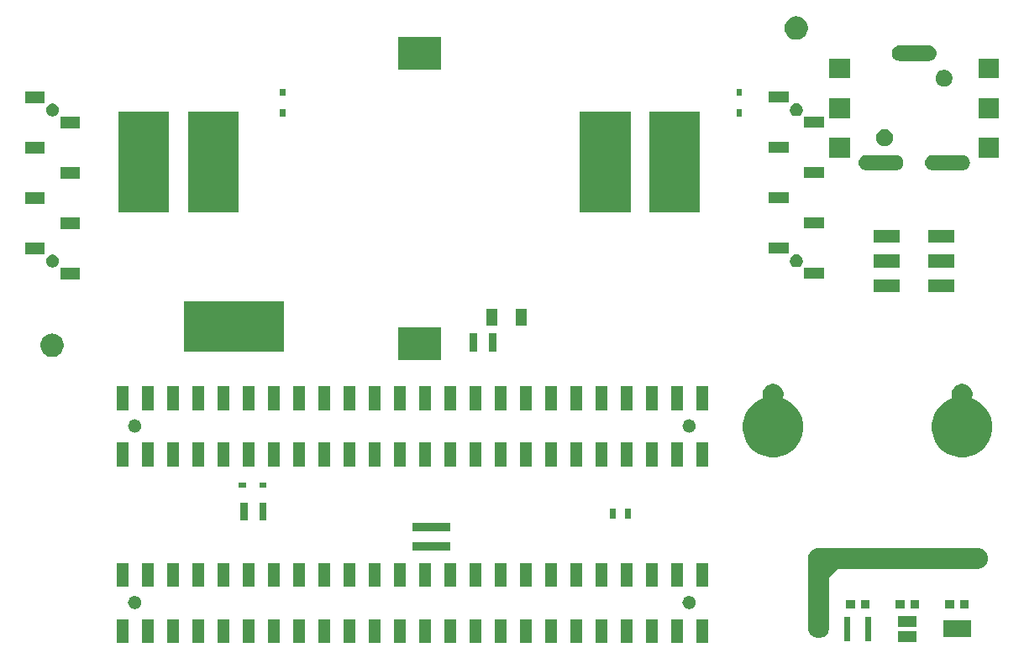
<source format=gts>
G04 #@! TF.GenerationSoftware,KiCad,Pcbnew,(5.1.4)-1*
G04 #@! TF.CreationDate,2020-01-21T23:00:38-08:00*
G04 #@! TF.ProjectId,Light_intensity_data_logger,4c696768-745f-4696-9e74-656e73697479,rev?*
G04 #@! TF.SameCoordinates,Original*
G04 #@! TF.FileFunction,Soldermask,Top*
G04 #@! TF.FilePolarity,Negative*
%FSLAX46Y46*%
G04 Gerber Fmt 4.6, Leading zero omitted, Abs format (unit mm)*
G04 Created by KiCad (PCBNEW (5.1.4)-1) date 2020-01-21 23:00:38*
%MOMM*%
%LPD*%
G04 APERTURE LIST*
%ADD10C,0.100000*%
%ADD11C,0.010000*%
G04 APERTURE END LIST*
D10*
X85716000Y-92446000D02*
G75*
G03X85716000Y-92446000I-646000J0D01*
G01*
D11*
G36*
X99601000Y-90781000D02*
G01*
X98479000Y-90781000D01*
X98479000Y-88459000D01*
X99601000Y-88459000D01*
X99601000Y-90781000D01*
G37*
X99601000Y-90781000D02*
X98479000Y-90781000D01*
X98479000Y-88459000D01*
X99601000Y-88459000D01*
X99601000Y-90781000D01*
G36*
X102141000Y-96433000D02*
G01*
X101019000Y-96433000D01*
X101019000Y-94111000D01*
X102141000Y-94111000D01*
X102141000Y-96433000D01*
G37*
X102141000Y-96433000D02*
X101019000Y-96433000D01*
X101019000Y-94111000D01*
X102141000Y-94111000D01*
X102141000Y-96433000D01*
D10*
X141596000Y-92446000D02*
G75*
G03X141596000Y-92446000I-646000J0D01*
G01*
D11*
G36*
X97061000Y-96433000D02*
G01*
X95939000Y-96433000D01*
X95939000Y-94111000D01*
X97061000Y-94111000D01*
X97061000Y-96433000D01*
G37*
X97061000Y-96433000D02*
X95939000Y-96433000D01*
X95939000Y-94111000D01*
X97061000Y-94111000D01*
X97061000Y-96433000D01*
G36*
X97061000Y-90781000D02*
G01*
X95939000Y-90781000D01*
X95939000Y-88459000D01*
X97061000Y-88459000D01*
X97061000Y-90781000D01*
G37*
X97061000Y-90781000D02*
X95939000Y-90781000D01*
X95939000Y-88459000D01*
X97061000Y-88459000D01*
X97061000Y-90781000D01*
G36*
X84361000Y-90781000D02*
G01*
X83239000Y-90781000D01*
X83239000Y-88459000D01*
X84361000Y-88459000D01*
X84361000Y-90781000D01*
G37*
X84361000Y-90781000D02*
X83239000Y-90781000D01*
X83239000Y-88459000D01*
X84361000Y-88459000D01*
X84361000Y-90781000D01*
G36*
X91981000Y-90781000D02*
G01*
X90859000Y-90781000D01*
X90859000Y-88459000D01*
X91981000Y-88459000D01*
X91981000Y-90781000D01*
G37*
X91981000Y-90781000D02*
X90859000Y-90781000D01*
X90859000Y-88459000D01*
X91981000Y-88459000D01*
X91981000Y-90781000D01*
G36*
X89441000Y-96433000D02*
G01*
X88319000Y-96433000D01*
X88319000Y-94111000D01*
X89441000Y-94111000D01*
X89441000Y-96433000D01*
G37*
X89441000Y-96433000D02*
X88319000Y-96433000D01*
X88319000Y-94111000D01*
X89441000Y-94111000D01*
X89441000Y-96433000D01*
G36*
X84361000Y-96433000D02*
G01*
X83239000Y-96433000D01*
X83239000Y-94111000D01*
X84361000Y-94111000D01*
X84361000Y-96433000D01*
G37*
X84361000Y-96433000D02*
X83239000Y-96433000D01*
X83239000Y-94111000D01*
X84361000Y-94111000D01*
X84361000Y-96433000D01*
G36*
X86901000Y-96433000D02*
G01*
X85779000Y-96433000D01*
X85779000Y-94111000D01*
X86901000Y-94111000D01*
X86901000Y-96433000D01*
G37*
X86901000Y-96433000D02*
X85779000Y-96433000D01*
X85779000Y-94111000D01*
X86901000Y-94111000D01*
X86901000Y-96433000D01*
G36*
X89441000Y-90781000D02*
G01*
X88319000Y-90781000D01*
X88319000Y-88459000D01*
X89441000Y-88459000D01*
X89441000Y-90781000D01*
G37*
X89441000Y-90781000D02*
X88319000Y-90781000D01*
X88319000Y-88459000D01*
X89441000Y-88459000D01*
X89441000Y-90781000D01*
G36*
X102141000Y-90781000D02*
G01*
X101019000Y-90781000D01*
X101019000Y-88459000D01*
X102141000Y-88459000D01*
X102141000Y-90781000D01*
G37*
X102141000Y-90781000D02*
X101019000Y-90781000D01*
X101019000Y-88459000D01*
X102141000Y-88459000D01*
X102141000Y-90781000D01*
G36*
X104681000Y-90781000D02*
G01*
X103559000Y-90781000D01*
X103559000Y-88459000D01*
X104681000Y-88459000D01*
X104681000Y-90781000D01*
G37*
X104681000Y-90781000D02*
X103559000Y-90781000D01*
X103559000Y-88459000D01*
X104681000Y-88459000D01*
X104681000Y-90781000D01*
G36*
X94521000Y-96433000D02*
G01*
X93399000Y-96433000D01*
X93399000Y-94111000D01*
X94521000Y-94111000D01*
X94521000Y-96433000D01*
G37*
X94521000Y-96433000D02*
X93399000Y-96433000D01*
X93399000Y-94111000D01*
X94521000Y-94111000D01*
X94521000Y-96433000D01*
G36*
X104681000Y-96433000D02*
G01*
X103559000Y-96433000D01*
X103559000Y-94111000D01*
X104681000Y-94111000D01*
X104681000Y-96433000D01*
G37*
X104681000Y-96433000D02*
X103559000Y-96433000D01*
X103559000Y-94111000D01*
X104681000Y-94111000D01*
X104681000Y-96433000D01*
G36*
X86901000Y-90781000D02*
G01*
X85779000Y-90781000D01*
X85779000Y-88459000D01*
X86901000Y-88459000D01*
X86901000Y-90781000D01*
G37*
X86901000Y-90781000D02*
X85779000Y-90781000D01*
X85779000Y-88459000D01*
X86901000Y-88459000D01*
X86901000Y-90781000D01*
G36*
X94521000Y-90781000D02*
G01*
X93399000Y-90781000D01*
X93399000Y-88459000D01*
X94521000Y-88459000D01*
X94521000Y-90781000D01*
G37*
X94521000Y-90781000D02*
X93399000Y-90781000D01*
X93399000Y-88459000D01*
X94521000Y-88459000D01*
X94521000Y-90781000D01*
G36*
X99601000Y-96433000D02*
G01*
X98479000Y-96433000D01*
X98479000Y-94111000D01*
X99601000Y-94111000D01*
X99601000Y-96433000D01*
G37*
X99601000Y-96433000D02*
X98479000Y-96433000D01*
X98479000Y-94111000D01*
X99601000Y-94111000D01*
X99601000Y-96433000D01*
G36*
X91981000Y-96433000D02*
G01*
X90859000Y-96433000D01*
X90859000Y-94111000D01*
X91981000Y-94111000D01*
X91981000Y-96433000D01*
G37*
X91981000Y-96433000D02*
X90859000Y-96433000D01*
X90859000Y-94111000D01*
X91981000Y-94111000D01*
X91981000Y-96433000D01*
G36*
X109761000Y-90781000D02*
G01*
X108639000Y-90781000D01*
X108639000Y-88459000D01*
X109761000Y-88459000D01*
X109761000Y-90781000D01*
G37*
X109761000Y-90781000D02*
X108639000Y-90781000D01*
X108639000Y-88459000D01*
X109761000Y-88459000D01*
X109761000Y-90781000D01*
G36*
X114841000Y-96433000D02*
G01*
X113719000Y-96433000D01*
X113719000Y-94111000D01*
X114841000Y-94111000D01*
X114841000Y-96433000D01*
G37*
X114841000Y-96433000D02*
X113719000Y-96433000D01*
X113719000Y-94111000D01*
X114841000Y-94111000D01*
X114841000Y-96433000D01*
G36*
X109761000Y-96433000D02*
G01*
X108639000Y-96433000D01*
X108639000Y-94111000D01*
X109761000Y-94111000D01*
X109761000Y-96433000D01*
G37*
X109761000Y-96433000D02*
X108639000Y-96433000D01*
X108639000Y-94111000D01*
X109761000Y-94111000D01*
X109761000Y-96433000D01*
G36*
X112301000Y-90781000D02*
G01*
X111179000Y-90781000D01*
X111179000Y-88459000D01*
X112301000Y-88459000D01*
X112301000Y-90781000D01*
G37*
X112301000Y-90781000D02*
X111179000Y-90781000D01*
X111179000Y-88459000D01*
X112301000Y-88459000D01*
X112301000Y-90781000D01*
G36*
X114841000Y-90781000D02*
G01*
X113719000Y-90781000D01*
X113719000Y-88459000D01*
X114841000Y-88459000D01*
X114841000Y-90781000D01*
G37*
X114841000Y-90781000D02*
X113719000Y-90781000D01*
X113719000Y-88459000D01*
X114841000Y-88459000D01*
X114841000Y-90781000D01*
G36*
X119921000Y-90781000D02*
G01*
X118799000Y-90781000D01*
X118799000Y-88459000D01*
X119921000Y-88459000D01*
X119921000Y-90781000D01*
G37*
X119921000Y-90781000D02*
X118799000Y-90781000D01*
X118799000Y-88459000D01*
X119921000Y-88459000D01*
X119921000Y-90781000D01*
G36*
X112301000Y-96433000D02*
G01*
X111179000Y-96433000D01*
X111179000Y-94111000D01*
X112301000Y-94111000D01*
X112301000Y-96433000D01*
G37*
X112301000Y-96433000D02*
X111179000Y-96433000D01*
X111179000Y-94111000D01*
X112301000Y-94111000D01*
X112301000Y-96433000D01*
G36*
X117381000Y-96433000D02*
G01*
X116259000Y-96433000D01*
X116259000Y-94111000D01*
X117381000Y-94111000D01*
X117381000Y-96433000D01*
G37*
X117381000Y-96433000D02*
X116259000Y-96433000D01*
X116259000Y-94111000D01*
X117381000Y-94111000D01*
X117381000Y-96433000D01*
G36*
X107221000Y-90781000D02*
G01*
X106099000Y-90781000D01*
X106099000Y-88459000D01*
X107221000Y-88459000D01*
X107221000Y-90781000D01*
G37*
X107221000Y-90781000D02*
X106099000Y-90781000D01*
X106099000Y-88459000D01*
X107221000Y-88459000D01*
X107221000Y-90781000D01*
G36*
X107221000Y-96433000D02*
G01*
X106099000Y-96433000D01*
X106099000Y-94111000D01*
X107221000Y-94111000D01*
X107221000Y-96433000D01*
G37*
X107221000Y-96433000D02*
X106099000Y-96433000D01*
X106099000Y-94111000D01*
X107221000Y-94111000D01*
X107221000Y-96433000D01*
G36*
X117381000Y-90781000D02*
G01*
X116259000Y-90781000D01*
X116259000Y-88459000D01*
X117381000Y-88459000D01*
X117381000Y-90781000D01*
G37*
X117381000Y-90781000D02*
X116259000Y-90781000D01*
X116259000Y-88459000D01*
X117381000Y-88459000D01*
X117381000Y-90781000D01*
G36*
X132621000Y-90781000D02*
G01*
X131499000Y-90781000D01*
X131499000Y-88459000D01*
X132621000Y-88459000D01*
X132621000Y-90781000D01*
G37*
X132621000Y-90781000D02*
X131499000Y-90781000D01*
X131499000Y-88459000D01*
X132621000Y-88459000D01*
X132621000Y-90781000D01*
G36*
X132621000Y-96433000D02*
G01*
X131499000Y-96433000D01*
X131499000Y-94111000D01*
X132621000Y-94111000D01*
X132621000Y-96433000D01*
G37*
X132621000Y-96433000D02*
X131499000Y-96433000D01*
X131499000Y-94111000D01*
X132621000Y-94111000D01*
X132621000Y-96433000D01*
G36*
X137701000Y-90781000D02*
G01*
X136579000Y-90781000D01*
X136579000Y-88459000D01*
X137701000Y-88459000D01*
X137701000Y-90781000D01*
G37*
X137701000Y-90781000D02*
X136579000Y-90781000D01*
X136579000Y-88459000D01*
X137701000Y-88459000D01*
X137701000Y-90781000D01*
G36*
X135161000Y-90781000D02*
G01*
X134039000Y-90781000D01*
X134039000Y-88459000D01*
X135161000Y-88459000D01*
X135161000Y-90781000D01*
G37*
X135161000Y-90781000D02*
X134039000Y-90781000D01*
X134039000Y-88459000D01*
X135161000Y-88459000D01*
X135161000Y-90781000D01*
G36*
X127541000Y-96433000D02*
G01*
X126419000Y-96433000D01*
X126419000Y-94111000D01*
X127541000Y-94111000D01*
X127541000Y-96433000D01*
G37*
X127541000Y-96433000D02*
X126419000Y-96433000D01*
X126419000Y-94111000D01*
X127541000Y-94111000D01*
X127541000Y-96433000D01*
G36*
X127541000Y-90781000D02*
G01*
X126419000Y-90781000D01*
X126419000Y-88459000D01*
X127541000Y-88459000D01*
X127541000Y-90781000D01*
G37*
X127541000Y-90781000D02*
X126419000Y-90781000D01*
X126419000Y-88459000D01*
X127541000Y-88459000D01*
X127541000Y-90781000D01*
G36*
X135161000Y-96433000D02*
G01*
X134039000Y-96433000D01*
X134039000Y-94111000D01*
X135161000Y-94111000D01*
X135161000Y-96433000D01*
G37*
X135161000Y-96433000D02*
X134039000Y-96433000D01*
X134039000Y-94111000D01*
X135161000Y-94111000D01*
X135161000Y-96433000D01*
G36*
X140241000Y-96433000D02*
G01*
X139119000Y-96433000D01*
X139119000Y-94111000D01*
X140241000Y-94111000D01*
X140241000Y-96433000D01*
G37*
X140241000Y-96433000D02*
X139119000Y-96433000D01*
X139119000Y-94111000D01*
X140241000Y-94111000D01*
X140241000Y-96433000D01*
G36*
X140241000Y-90781000D02*
G01*
X139119000Y-90781000D01*
X139119000Y-88459000D01*
X140241000Y-88459000D01*
X140241000Y-90781000D01*
G37*
X140241000Y-90781000D02*
X139119000Y-90781000D01*
X139119000Y-88459000D01*
X140241000Y-88459000D01*
X140241000Y-90781000D01*
G36*
X125001000Y-90781000D02*
G01*
X123879000Y-90781000D01*
X123879000Y-88459000D01*
X125001000Y-88459000D01*
X125001000Y-90781000D01*
G37*
X125001000Y-90781000D02*
X123879000Y-90781000D01*
X123879000Y-88459000D01*
X125001000Y-88459000D01*
X125001000Y-90781000D01*
G36*
X125001000Y-96433000D02*
G01*
X123879000Y-96433000D01*
X123879000Y-94111000D01*
X125001000Y-94111000D01*
X125001000Y-96433000D01*
G37*
X125001000Y-96433000D02*
X123879000Y-96433000D01*
X123879000Y-94111000D01*
X125001000Y-94111000D01*
X125001000Y-96433000D01*
G36*
X119921000Y-96433000D02*
G01*
X118799000Y-96433000D01*
X118799000Y-94111000D01*
X119921000Y-94111000D01*
X119921000Y-96433000D01*
G37*
X119921000Y-96433000D02*
X118799000Y-96433000D01*
X118799000Y-94111000D01*
X119921000Y-94111000D01*
X119921000Y-96433000D01*
G36*
X122461000Y-96433000D02*
G01*
X121339000Y-96433000D01*
X121339000Y-94111000D01*
X122461000Y-94111000D01*
X122461000Y-96433000D01*
G37*
X122461000Y-96433000D02*
X121339000Y-96433000D01*
X121339000Y-94111000D01*
X122461000Y-94111000D01*
X122461000Y-96433000D01*
G36*
X130081000Y-90781000D02*
G01*
X128959000Y-90781000D01*
X128959000Y-88459000D01*
X130081000Y-88459000D01*
X130081000Y-90781000D01*
G37*
X130081000Y-90781000D02*
X128959000Y-90781000D01*
X128959000Y-88459000D01*
X130081000Y-88459000D01*
X130081000Y-90781000D01*
G36*
X137701000Y-96433000D02*
G01*
X136579000Y-96433000D01*
X136579000Y-94111000D01*
X137701000Y-94111000D01*
X137701000Y-96433000D01*
G37*
X137701000Y-96433000D02*
X136579000Y-96433000D01*
X136579000Y-94111000D01*
X137701000Y-94111000D01*
X137701000Y-96433000D01*
G36*
X142781000Y-90781000D02*
G01*
X141659000Y-90781000D01*
X141659000Y-88459000D01*
X142781000Y-88459000D01*
X142781000Y-90781000D01*
G37*
X142781000Y-90781000D02*
X141659000Y-90781000D01*
X141659000Y-88459000D01*
X142781000Y-88459000D01*
X142781000Y-90781000D01*
G36*
X142781000Y-96433000D02*
G01*
X141659000Y-96433000D01*
X141659000Y-94111000D01*
X142781000Y-94111000D01*
X142781000Y-96433000D01*
G37*
X142781000Y-96433000D02*
X141659000Y-96433000D01*
X141659000Y-94111000D01*
X142781000Y-94111000D01*
X142781000Y-96433000D01*
G36*
X122461000Y-90781000D02*
G01*
X121339000Y-90781000D01*
X121339000Y-88459000D01*
X122461000Y-88459000D01*
X122461000Y-90781000D01*
G37*
X122461000Y-90781000D02*
X121339000Y-90781000D01*
X121339000Y-88459000D01*
X122461000Y-88459000D01*
X122461000Y-90781000D01*
G36*
X130081000Y-96433000D02*
G01*
X128959000Y-96433000D01*
X128959000Y-94111000D01*
X130081000Y-94111000D01*
X130081000Y-96433000D01*
G37*
X130081000Y-96433000D02*
X128959000Y-96433000D01*
X128959000Y-94111000D01*
X130081000Y-94111000D01*
X130081000Y-96433000D01*
G36*
X142781000Y-78623000D02*
G01*
X141659000Y-78623000D01*
X141659000Y-76301000D01*
X142781000Y-76301000D01*
X142781000Y-78623000D01*
G37*
X142781000Y-78623000D02*
X141659000Y-78623000D01*
X141659000Y-76301000D01*
X142781000Y-76301000D01*
X142781000Y-78623000D01*
G36*
X142781000Y-72971000D02*
G01*
X141659000Y-72971000D01*
X141659000Y-70649000D01*
X142781000Y-70649000D01*
X142781000Y-72971000D01*
G37*
X142781000Y-72971000D02*
X141659000Y-72971000D01*
X141659000Y-70649000D01*
X142781000Y-70649000D01*
X142781000Y-72971000D01*
G36*
X140241000Y-78623000D02*
G01*
X139119000Y-78623000D01*
X139119000Y-76301000D01*
X140241000Y-76301000D01*
X140241000Y-78623000D01*
G37*
X140241000Y-78623000D02*
X139119000Y-78623000D01*
X139119000Y-76301000D01*
X140241000Y-76301000D01*
X140241000Y-78623000D01*
G36*
X140241000Y-72971000D02*
G01*
X139119000Y-72971000D01*
X139119000Y-70649000D01*
X140241000Y-70649000D01*
X140241000Y-72971000D01*
G37*
X140241000Y-72971000D02*
X139119000Y-72971000D01*
X139119000Y-70649000D01*
X140241000Y-70649000D01*
X140241000Y-72971000D01*
G36*
X137701000Y-78623000D02*
G01*
X136579000Y-78623000D01*
X136579000Y-76301000D01*
X137701000Y-76301000D01*
X137701000Y-78623000D01*
G37*
X137701000Y-78623000D02*
X136579000Y-78623000D01*
X136579000Y-76301000D01*
X137701000Y-76301000D01*
X137701000Y-78623000D01*
G36*
X137701000Y-72971000D02*
G01*
X136579000Y-72971000D01*
X136579000Y-70649000D01*
X137701000Y-70649000D01*
X137701000Y-72971000D01*
G37*
X137701000Y-72971000D02*
X136579000Y-72971000D01*
X136579000Y-70649000D01*
X137701000Y-70649000D01*
X137701000Y-72971000D01*
G36*
X135161000Y-78623000D02*
G01*
X134039000Y-78623000D01*
X134039000Y-76301000D01*
X135161000Y-76301000D01*
X135161000Y-78623000D01*
G37*
X135161000Y-78623000D02*
X134039000Y-78623000D01*
X134039000Y-76301000D01*
X135161000Y-76301000D01*
X135161000Y-78623000D01*
G36*
X135161000Y-72971000D02*
G01*
X134039000Y-72971000D01*
X134039000Y-70649000D01*
X135161000Y-70649000D01*
X135161000Y-72971000D01*
G37*
X135161000Y-72971000D02*
X134039000Y-72971000D01*
X134039000Y-70649000D01*
X135161000Y-70649000D01*
X135161000Y-72971000D01*
G36*
X132621000Y-78623000D02*
G01*
X131499000Y-78623000D01*
X131499000Y-76301000D01*
X132621000Y-76301000D01*
X132621000Y-78623000D01*
G37*
X132621000Y-78623000D02*
X131499000Y-78623000D01*
X131499000Y-76301000D01*
X132621000Y-76301000D01*
X132621000Y-78623000D01*
G36*
X132621000Y-72971000D02*
G01*
X131499000Y-72971000D01*
X131499000Y-70649000D01*
X132621000Y-70649000D01*
X132621000Y-72971000D01*
G37*
X132621000Y-72971000D02*
X131499000Y-72971000D01*
X131499000Y-70649000D01*
X132621000Y-70649000D01*
X132621000Y-72971000D01*
G36*
X130081000Y-78623000D02*
G01*
X128959000Y-78623000D01*
X128959000Y-76301000D01*
X130081000Y-76301000D01*
X130081000Y-78623000D01*
G37*
X130081000Y-78623000D02*
X128959000Y-78623000D01*
X128959000Y-76301000D01*
X130081000Y-76301000D01*
X130081000Y-78623000D01*
G36*
X130081000Y-72971000D02*
G01*
X128959000Y-72971000D01*
X128959000Y-70649000D01*
X130081000Y-70649000D01*
X130081000Y-72971000D01*
G37*
X130081000Y-72971000D02*
X128959000Y-72971000D01*
X128959000Y-70649000D01*
X130081000Y-70649000D01*
X130081000Y-72971000D01*
G36*
X127541000Y-78623000D02*
G01*
X126419000Y-78623000D01*
X126419000Y-76301000D01*
X127541000Y-76301000D01*
X127541000Y-78623000D01*
G37*
X127541000Y-78623000D02*
X126419000Y-78623000D01*
X126419000Y-76301000D01*
X127541000Y-76301000D01*
X127541000Y-78623000D01*
G36*
X127541000Y-72971000D02*
G01*
X126419000Y-72971000D01*
X126419000Y-70649000D01*
X127541000Y-70649000D01*
X127541000Y-72971000D01*
G37*
X127541000Y-72971000D02*
X126419000Y-72971000D01*
X126419000Y-70649000D01*
X127541000Y-70649000D01*
X127541000Y-72971000D01*
G36*
X125001000Y-78623000D02*
G01*
X123879000Y-78623000D01*
X123879000Y-76301000D01*
X125001000Y-76301000D01*
X125001000Y-78623000D01*
G37*
X125001000Y-78623000D02*
X123879000Y-78623000D01*
X123879000Y-76301000D01*
X125001000Y-76301000D01*
X125001000Y-78623000D01*
G36*
X125001000Y-72971000D02*
G01*
X123879000Y-72971000D01*
X123879000Y-70649000D01*
X125001000Y-70649000D01*
X125001000Y-72971000D01*
G37*
X125001000Y-72971000D02*
X123879000Y-72971000D01*
X123879000Y-70649000D01*
X125001000Y-70649000D01*
X125001000Y-72971000D01*
G36*
X122461000Y-78623000D02*
G01*
X121339000Y-78623000D01*
X121339000Y-76301000D01*
X122461000Y-76301000D01*
X122461000Y-78623000D01*
G37*
X122461000Y-78623000D02*
X121339000Y-78623000D01*
X121339000Y-76301000D01*
X122461000Y-76301000D01*
X122461000Y-78623000D01*
G36*
X122461000Y-72971000D02*
G01*
X121339000Y-72971000D01*
X121339000Y-70649000D01*
X122461000Y-70649000D01*
X122461000Y-72971000D01*
G37*
X122461000Y-72971000D02*
X121339000Y-72971000D01*
X121339000Y-70649000D01*
X122461000Y-70649000D01*
X122461000Y-72971000D01*
G36*
X119921000Y-78623000D02*
G01*
X118799000Y-78623000D01*
X118799000Y-76301000D01*
X119921000Y-76301000D01*
X119921000Y-78623000D01*
G37*
X119921000Y-78623000D02*
X118799000Y-78623000D01*
X118799000Y-76301000D01*
X119921000Y-76301000D01*
X119921000Y-78623000D01*
G36*
X119921000Y-72971000D02*
G01*
X118799000Y-72971000D01*
X118799000Y-70649000D01*
X119921000Y-70649000D01*
X119921000Y-72971000D01*
G37*
X119921000Y-72971000D02*
X118799000Y-72971000D01*
X118799000Y-70649000D01*
X119921000Y-70649000D01*
X119921000Y-72971000D01*
G36*
X117381000Y-78623000D02*
G01*
X116259000Y-78623000D01*
X116259000Y-76301000D01*
X117381000Y-76301000D01*
X117381000Y-78623000D01*
G37*
X117381000Y-78623000D02*
X116259000Y-78623000D01*
X116259000Y-76301000D01*
X117381000Y-76301000D01*
X117381000Y-78623000D01*
G36*
X117381000Y-72971000D02*
G01*
X116259000Y-72971000D01*
X116259000Y-70649000D01*
X117381000Y-70649000D01*
X117381000Y-72971000D01*
G37*
X117381000Y-72971000D02*
X116259000Y-72971000D01*
X116259000Y-70649000D01*
X117381000Y-70649000D01*
X117381000Y-72971000D01*
G36*
X114841000Y-78623000D02*
G01*
X113719000Y-78623000D01*
X113719000Y-76301000D01*
X114841000Y-76301000D01*
X114841000Y-78623000D01*
G37*
X114841000Y-78623000D02*
X113719000Y-78623000D01*
X113719000Y-76301000D01*
X114841000Y-76301000D01*
X114841000Y-78623000D01*
G36*
X114841000Y-72971000D02*
G01*
X113719000Y-72971000D01*
X113719000Y-70649000D01*
X114841000Y-70649000D01*
X114841000Y-72971000D01*
G37*
X114841000Y-72971000D02*
X113719000Y-72971000D01*
X113719000Y-70649000D01*
X114841000Y-70649000D01*
X114841000Y-72971000D01*
G36*
X112301000Y-78623000D02*
G01*
X111179000Y-78623000D01*
X111179000Y-76301000D01*
X112301000Y-76301000D01*
X112301000Y-78623000D01*
G37*
X112301000Y-78623000D02*
X111179000Y-78623000D01*
X111179000Y-76301000D01*
X112301000Y-76301000D01*
X112301000Y-78623000D01*
G36*
X112301000Y-72971000D02*
G01*
X111179000Y-72971000D01*
X111179000Y-70649000D01*
X112301000Y-70649000D01*
X112301000Y-72971000D01*
G37*
X112301000Y-72971000D02*
X111179000Y-72971000D01*
X111179000Y-70649000D01*
X112301000Y-70649000D01*
X112301000Y-72971000D01*
G36*
X109761000Y-78623000D02*
G01*
X108639000Y-78623000D01*
X108639000Y-76301000D01*
X109761000Y-76301000D01*
X109761000Y-78623000D01*
G37*
X109761000Y-78623000D02*
X108639000Y-78623000D01*
X108639000Y-76301000D01*
X109761000Y-76301000D01*
X109761000Y-78623000D01*
G36*
X109761000Y-72971000D02*
G01*
X108639000Y-72971000D01*
X108639000Y-70649000D01*
X109761000Y-70649000D01*
X109761000Y-72971000D01*
G37*
X109761000Y-72971000D02*
X108639000Y-72971000D01*
X108639000Y-70649000D01*
X109761000Y-70649000D01*
X109761000Y-72971000D01*
G36*
X107221000Y-78623000D02*
G01*
X106099000Y-78623000D01*
X106099000Y-76301000D01*
X107221000Y-76301000D01*
X107221000Y-78623000D01*
G37*
X107221000Y-78623000D02*
X106099000Y-78623000D01*
X106099000Y-76301000D01*
X107221000Y-76301000D01*
X107221000Y-78623000D01*
G36*
X107221000Y-72971000D02*
G01*
X106099000Y-72971000D01*
X106099000Y-70649000D01*
X107221000Y-70649000D01*
X107221000Y-72971000D01*
G37*
X107221000Y-72971000D02*
X106099000Y-72971000D01*
X106099000Y-70649000D01*
X107221000Y-70649000D01*
X107221000Y-72971000D01*
G36*
X104681000Y-78623000D02*
G01*
X103559000Y-78623000D01*
X103559000Y-76301000D01*
X104681000Y-76301000D01*
X104681000Y-78623000D01*
G37*
X104681000Y-78623000D02*
X103559000Y-78623000D01*
X103559000Y-76301000D01*
X104681000Y-76301000D01*
X104681000Y-78623000D01*
G36*
X104681000Y-72971000D02*
G01*
X103559000Y-72971000D01*
X103559000Y-70649000D01*
X104681000Y-70649000D01*
X104681000Y-72971000D01*
G37*
X104681000Y-72971000D02*
X103559000Y-72971000D01*
X103559000Y-70649000D01*
X104681000Y-70649000D01*
X104681000Y-72971000D01*
G36*
X102141000Y-78623000D02*
G01*
X101019000Y-78623000D01*
X101019000Y-76301000D01*
X102141000Y-76301000D01*
X102141000Y-78623000D01*
G37*
X102141000Y-78623000D02*
X101019000Y-78623000D01*
X101019000Y-76301000D01*
X102141000Y-76301000D01*
X102141000Y-78623000D01*
G36*
X102141000Y-72971000D02*
G01*
X101019000Y-72971000D01*
X101019000Y-70649000D01*
X102141000Y-70649000D01*
X102141000Y-72971000D01*
G37*
X102141000Y-72971000D02*
X101019000Y-72971000D01*
X101019000Y-70649000D01*
X102141000Y-70649000D01*
X102141000Y-72971000D01*
G36*
X99601000Y-78623000D02*
G01*
X98479000Y-78623000D01*
X98479000Y-76301000D01*
X99601000Y-76301000D01*
X99601000Y-78623000D01*
G37*
X99601000Y-78623000D02*
X98479000Y-78623000D01*
X98479000Y-76301000D01*
X99601000Y-76301000D01*
X99601000Y-78623000D01*
G36*
X99601000Y-72971000D02*
G01*
X98479000Y-72971000D01*
X98479000Y-70649000D01*
X99601000Y-70649000D01*
X99601000Y-72971000D01*
G37*
X99601000Y-72971000D02*
X98479000Y-72971000D01*
X98479000Y-70649000D01*
X99601000Y-70649000D01*
X99601000Y-72971000D01*
G36*
X97061000Y-78623000D02*
G01*
X95939000Y-78623000D01*
X95939000Y-76301000D01*
X97061000Y-76301000D01*
X97061000Y-78623000D01*
G37*
X97061000Y-78623000D02*
X95939000Y-78623000D01*
X95939000Y-76301000D01*
X97061000Y-76301000D01*
X97061000Y-78623000D01*
G36*
X97061000Y-72971000D02*
G01*
X95939000Y-72971000D01*
X95939000Y-70649000D01*
X97061000Y-70649000D01*
X97061000Y-72971000D01*
G37*
X97061000Y-72971000D02*
X95939000Y-72971000D01*
X95939000Y-70649000D01*
X97061000Y-70649000D01*
X97061000Y-72971000D01*
G36*
X94521000Y-78623000D02*
G01*
X93399000Y-78623000D01*
X93399000Y-76301000D01*
X94521000Y-76301000D01*
X94521000Y-78623000D01*
G37*
X94521000Y-78623000D02*
X93399000Y-78623000D01*
X93399000Y-76301000D01*
X94521000Y-76301000D01*
X94521000Y-78623000D01*
G36*
X94521000Y-72971000D02*
G01*
X93399000Y-72971000D01*
X93399000Y-70649000D01*
X94521000Y-70649000D01*
X94521000Y-72971000D01*
G37*
X94521000Y-72971000D02*
X93399000Y-72971000D01*
X93399000Y-70649000D01*
X94521000Y-70649000D01*
X94521000Y-72971000D01*
G36*
X91981000Y-78623000D02*
G01*
X90859000Y-78623000D01*
X90859000Y-76301000D01*
X91981000Y-76301000D01*
X91981000Y-78623000D01*
G37*
X91981000Y-78623000D02*
X90859000Y-78623000D01*
X90859000Y-76301000D01*
X91981000Y-76301000D01*
X91981000Y-78623000D01*
G36*
X91981000Y-72971000D02*
G01*
X90859000Y-72971000D01*
X90859000Y-70649000D01*
X91981000Y-70649000D01*
X91981000Y-72971000D01*
G37*
X91981000Y-72971000D02*
X90859000Y-72971000D01*
X90859000Y-70649000D01*
X91981000Y-70649000D01*
X91981000Y-72971000D01*
G36*
X89441000Y-78623000D02*
G01*
X88319000Y-78623000D01*
X88319000Y-76301000D01*
X89441000Y-76301000D01*
X89441000Y-78623000D01*
G37*
X89441000Y-78623000D02*
X88319000Y-78623000D01*
X88319000Y-76301000D01*
X89441000Y-76301000D01*
X89441000Y-78623000D01*
G36*
X89441000Y-72971000D02*
G01*
X88319000Y-72971000D01*
X88319000Y-70649000D01*
X89441000Y-70649000D01*
X89441000Y-72971000D01*
G37*
X89441000Y-72971000D02*
X88319000Y-72971000D01*
X88319000Y-70649000D01*
X89441000Y-70649000D01*
X89441000Y-72971000D01*
G36*
X86901000Y-78623000D02*
G01*
X85779000Y-78623000D01*
X85779000Y-76301000D01*
X86901000Y-76301000D01*
X86901000Y-78623000D01*
G37*
X86901000Y-78623000D02*
X85779000Y-78623000D01*
X85779000Y-76301000D01*
X86901000Y-76301000D01*
X86901000Y-78623000D01*
G36*
X86901000Y-72971000D02*
G01*
X85779000Y-72971000D01*
X85779000Y-70649000D01*
X86901000Y-70649000D01*
X86901000Y-72971000D01*
G37*
X86901000Y-72971000D02*
X85779000Y-72971000D01*
X85779000Y-70649000D01*
X86901000Y-70649000D01*
X86901000Y-72971000D01*
G36*
X84361000Y-78623000D02*
G01*
X83239000Y-78623000D01*
X83239000Y-76301000D01*
X84361000Y-76301000D01*
X84361000Y-78623000D01*
G37*
X84361000Y-78623000D02*
X83239000Y-78623000D01*
X83239000Y-76301000D01*
X84361000Y-76301000D01*
X84361000Y-78623000D01*
G36*
X84361000Y-72971000D02*
G01*
X83239000Y-72971000D01*
X83239000Y-70649000D01*
X84361000Y-70649000D01*
X84361000Y-72971000D01*
G37*
X84361000Y-72971000D02*
X83239000Y-72971000D01*
X83239000Y-70649000D01*
X84361000Y-70649000D01*
X84361000Y-72971000D01*
D10*
X85716000Y-74636000D02*
G75*
G03X85716000Y-74636000I-646000J0D01*
G01*
X141596000Y-74636000D02*
G75*
G03X141596000Y-74636000I-646000J0D01*
G01*
G36*
X163841000Y-96411000D02*
G01*
X162039000Y-96411000D01*
X162039000Y-95309000D01*
X163841000Y-95309000D01*
X163841000Y-96411000D01*
X163841000Y-96411000D01*
G37*
G36*
X159266000Y-96311000D02*
G01*
X158664000Y-96311000D01*
X158664000Y-93909000D01*
X159266000Y-93909000D01*
X159266000Y-96311000D01*
X159266000Y-96311000D01*
G37*
G36*
X157216001Y-96311000D02*
G01*
X156614001Y-96311000D01*
X156614001Y-93909000D01*
X157216001Y-93909000D01*
X157216001Y-96311000D01*
X157216001Y-96311000D01*
G37*
G36*
X154055519Y-86928398D02*
G01*
X154067771Y-86929000D01*
X170061631Y-86929000D01*
X170113097Y-86934069D01*
X170216032Y-86944207D01*
X170414146Y-87004305D01*
X170414149Y-87004306D01*
X170494394Y-87047198D01*
X170596729Y-87101897D01*
X170756765Y-87233235D01*
X170888103Y-87393271D01*
X170933939Y-87479025D01*
X170985694Y-87575851D01*
X170985695Y-87575854D01*
X171045793Y-87773968D01*
X171066085Y-87980000D01*
X171045793Y-88186032D01*
X171032781Y-88228926D01*
X170985694Y-88384149D01*
X170933939Y-88480975D01*
X170888103Y-88566729D01*
X170756765Y-88726765D01*
X170596729Y-88858103D01*
X170510975Y-88903939D01*
X170414149Y-88955694D01*
X170414146Y-88955695D01*
X170216032Y-89015793D01*
X170113097Y-89025931D01*
X170061631Y-89031000D01*
X155997115Y-89031000D01*
X155972729Y-89033402D01*
X155949280Y-89040515D01*
X155927669Y-89052066D01*
X155908731Y-89067607D01*
X155097605Y-89878733D01*
X155082066Y-89897668D01*
X155070515Y-89919279D01*
X155063402Y-89942728D01*
X155061000Y-89967114D01*
X155061000Y-95031630D01*
X155045793Y-95186032D01*
X154985695Y-95384146D01*
X154985694Y-95384149D01*
X154933939Y-95480975D01*
X154888103Y-95566729D01*
X154756765Y-95726765D01*
X154596729Y-95858103D01*
X154510975Y-95903939D01*
X154414149Y-95955694D01*
X154414146Y-95955695D01*
X154216032Y-96015793D01*
X154010000Y-96036085D01*
X153803969Y-96015793D01*
X153605855Y-95955695D01*
X153605852Y-95955694D01*
X153509026Y-95903939D01*
X153423272Y-95858103D01*
X153263236Y-95726765D01*
X153131898Y-95566729D01*
X153086062Y-95480975D01*
X153034307Y-95384149D01*
X153034306Y-95384146D01*
X152974208Y-95186032D01*
X152959001Y-95031630D01*
X152959000Y-88037771D01*
X152958398Y-88025519D01*
X152953915Y-87980000D01*
X152959000Y-87928370D01*
X152974207Y-87773968D01*
X153034305Y-87575854D01*
X153034306Y-87575851D01*
X153086061Y-87479025D01*
X153131897Y-87393271D01*
X153263235Y-87233235D01*
X153423271Y-87101897D01*
X153525606Y-87047198D01*
X153605851Y-87004306D01*
X153605854Y-87004305D01*
X153803968Y-86944207D01*
X153900752Y-86934675D01*
X153964481Y-86928398D01*
X154010000Y-86923915D01*
X154055519Y-86928398D01*
X154055519Y-86928398D01*
G37*
G36*
X169341000Y-95946000D02*
G01*
X166539000Y-95946000D01*
X166539000Y-94194000D01*
X169341000Y-94194000D01*
X169341000Y-95946000D01*
X169341000Y-95946000D01*
G37*
G36*
X163841000Y-94911000D02*
G01*
X162039000Y-94911000D01*
X162039000Y-93809000D01*
X163841000Y-93809000D01*
X163841000Y-94911000D01*
X163841000Y-94911000D01*
G37*
G36*
X141138431Y-91824825D02*
G01*
X141255995Y-91873521D01*
X141361801Y-91944219D01*
X141451781Y-92034199D01*
X141522479Y-92140005D01*
X141571175Y-92257569D01*
X141596000Y-92382373D01*
X141596000Y-92509627D01*
X141571175Y-92634431D01*
X141522479Y-92751995D01*
X141451781Y-92857801D01*
X141361801Y-92947781D01*
X141255995Y-93018479D01*
X141138431Y-93067175D01*
X141013627Y-93092000D01*
X140886373Y-93092000D01*
X140761569Y-93067175D01*
X140644005Y-93018479D01*
X140538199Y-92947781D01*
X140448219Y-92857801D01*
X140377521Y-92751995D01*
X140328825Y-92634431D01*
X140304000Y-92509627D01*
X140304000Y-92382373D01*
X140328825Y-92257569D01*
X140377521Y-92140005D01*
X140448219Y-92034199D01*
X140538199Y-91944219D01*
X140644005Y-91873521D01*
X140761569Y-91824825D01*
X140886373Y-91800000D01*
X141013627Y-91800000D01*
X141138431Y-91824825D01*
X141138431Y-91824825D01*
G37*
G36*
X85258431Y-91824825D02*
G01*
X85375995Y-91873521D01*
X85481801Y-91944219D01*
X85571781Y-92034199D01*
X85642479Y-92140005D01*
X85691175Y-92257569D01*
X85716000Y-92382373D01*
X85716000Y-92509627D01*
X85691175Y-92634431D01*
X85642479Y-92751995D01*
X85571781Y-92857801D01*
X85481801Y-92947781D01*
X85375995Y-93018479D01*
X85258431Y-93067175D01*
X85133627Y-93092000D01*
X85006373Y-93092000D01*
X84881569Y-93067175D01*
X84764005Y-93018479D01*
X84658199Y-92947781D01*
X84568219Y-92857801D01*
X84497521Y-92751995D01*
X84448825Y-92634431D01*
X84424000Y-92509627D01*
X84424000Y-92382373D01*
X84448825Y-92257569D01*
X84497521Y-92140005D01*
X84568219Y-92034199D01*
X84658199Y-91944219D01*
X84764005Y-91873521D01*
X84881569Y-91824825D01*
X85006373Y-91800000D01*
X85133627Y-91800000D01*
X85258431Y-91824825D01*
X85258431Y-91824825D01*
G37*
G36*
X162641000Y-93036000D02*
G01*
X161739000Y-93036000D01*
X161739000Y-92184000D01*
X162641000Y-92184000D01*
X162641000Y-93036000D01*
X162641000Y-93036000D01*
G37*
G36*
X164141000Y-93036000D02*
G01*
X163239000Y-93036000D01*
X163239000Y-92184000D01*
X164141000Y-92184000D01*
X164141000Y-93036000D01*
X164141000Y-93036000D01*
G37*
G36*
X167641000Y-93036000D02*
G01*
X166739000Y-93036000D01*
X166739000Y-92184000D01*
X167641000Y-92184000D01*
X167641000Y-93036000D01*
X167641000Y-93036000D01*
G37*
G36*
X169141000Y-93036000D02*
G01*
X168239000Y-93036000D01*
X168239000Y-92184000D01*
X169141000Y-92184000D01*
X169141000Y-93036000D01*
X169141000Y-93036000D01*
G37*
G36*
X157641000Y-93016000D02*
G01*
X156739000Y-93016000D01*
X156739000Y-92164000D01*
X157641000Y-92164000D01*
X157641000Y-93016000D01*
X157641000Y-93016000D01*
G37*
G36*
X159141000Y-93016000D02*
G01*
X158239000Y-93016000D01*
X158239000Y-92164000D01*
X159141000Y-92164000D01*
X159141000Y-93016000D01*
X159141000Y-93016000D01*
G37*
G36*
X116882599Y-87169100D02*
G01*
X113077398Y-87169100D01*
X113077398Y-86381300D01*
X116882599Y-86381300D01*
X116882599Y-87169100D01*
X116882599Y-87169100D01*
G37*
G36*
X116882602Y-85238700D02*
G01*
X113077401Y-85238700D01*
X113077401Y-84450900D01*
X116882602Y-84450900D01*
X116882602Y-85238700D01*
X116882602Y-85238700D01*
G37*
G36*
X98366000Y-84181000D02*
G01*
X97614000Y-84181000D01*
X97614000Y-82379000D01*
X98366000Y-82379000D01*
X98366000Y-84181000D01*
X98366000Y-84181000D01*
G37*
G36*
X96466000Y-84181000D02*
G01*
X95714000Y-84181000D01*
X95714000Y-82379000D01*
X96466000Y-82379000D01*
X96466000Y-84181000D01*
X96466000Y-84181000D01*
G37*
G36*
X133571000Y-83951000D02*
G01*
X132969000Y-83951000D01*
X132969000Y-82949000D01*
X133571000Y-82949000D01*
X133571000Y-83951000D01*
X133571000Y-83951000D01*
G37*
G36*
X135071000Y-83951000D02*
G01*
X134469000Y-83951000D01*
X134469000Y-82949000D01*
X135071000Y-82949000D01*
X135071000Y-83951000D01*
X135071000Y-83951000D01*
G37*
G36*
X96271000Y-80876000D02*
G01*
X95569000Y-80876000D01*
X95569000Y-80324000D01*
X96271000Y-80324000D01*
X96271000Y-80876000D01*
X96271000Y-80876000D01*
G37*
G36*
X98371000Y-80876000D02*
G01*
X97669000Y-80876000D01*
X97669000Y-80324000D01*
X98371000Y-80324000D01*
X98371000Y-80876000D01*
X98371000Y-80876000D01*
G37*
G36*
X168756564Y-70419389D02*
G01*
X168947833Y-70498615D01*
X168947835Y-70498616D01*
X169119973Y-70613635D01*
X169266365Y-70760027D01*
X169381385Y-70932167D01*
X169460611Y-71123436D01*
X169501000Y-71326484D01*
X169501000Y-71533516D01*
X169460471Y-71737269D01*
X169458069Y-71761655D01*
X169460471Y-71786041D01*
X169467584Y-71809490D01*
X169479135Y-71831101D01*
X169494680Y-71850043D01*
X169513622Y-71865588D01*
X169535233Y-71877139D01*
X169895189Y-72026238D01*
X169895190Y-72026239D01*
X170394899Y-72360134D01*
X170819866Y-72785101D01*
X170819867Y-72785103D01*
X171153762Y-73284811D01*
X171383752Y-73840057D01*
X171501000Y-74429501D01*
X171501000Y-75030499D01*
X171383752Y-75619943D01*
X171153762Y-76175189D01*
X171153761Y-76175190D01*
X170819866Y-76674899D01*
X170394899Y-77099866D01*
X170143347Y-77267948D01*
X169895189Y-77433762D01*
X169339943Y-77663752D01*
X168750499Y-77781000D01*
X168149501Y-77781000D01*
X167560057Y-77663752D01*
X167004811Y-77433762D01*
X166756653Y-77267948D01*
X166505101Y-77099866D01*
X166080134Y-76674899D01*
X165746239Y-76175190D01*
X165746238Y-76175189D01*
X165516248Y-75619943D01*
X165399000Y-75030499D01*
X165399000Y-74429501D01*
X165516248Y-73840057D01*
X165746238Y-73284811D01*
X166080133Y-72785103D01*
X166080134Y-72785101D01*
X166505101Y-72360134D01*
X167004810Y-72026239D01*
X167004811Y-72026238D01*
X167364767Y-71877139D01*
X167386378Y-71865588D01*
X167405320Y-71850043D01*
X167420865Y-71831101D01*
X167432416Y-71809490D01*
X167439529Y-71786041D01*
X167441931Y-71761655D01*
X167439529Y-71737269D01*
X167399000Y-71533516D01*
X167399000Y-71326484D01*
X167439389Y-71123436D01*
X167518615Y-70932167D01*
X167633635Y-70760027D01*
X167780027Y-70613635D01*
X167952165Y-70498616D01*
X167952167Y-70498615D01*
X168143436Y-70419389D01*
X168346484Y-70379000D01*
X168553516Y-70379000D01*
X168756564Y-70419389D01*
X168756564Y-70419389D01*
G37*
G36*
X149706564Y-70419389D02*
G01*
X149897833Y-70498615D01*
X149897835Y-70498616D01*
X150069973Y-70613635D01*
X150216365Y-70760027D01*
X150331385Y-70932167D01*
X150410611Y-71123436D01*
X150451000Y-71326484D01*
X150451000Y-71533516D01*
X150410471Y-71737269D01*
X150408069Y-71761655D01*
X150410471Y-71786041D01*
X150417584Y-71809490D01*
X150429135Y-71831101D01*
X150444680Y-71850043D01*
X150463622Y-71865588D01*
X150485233Y-71877139D01*
X150845189Y-72026238D01*
X150845190Y-72026239D01*
X151344899Y-72360134D01*
X151769866Y-72785101D01*
X151769867Y-72785103D01*
X152103762Y-73284811D01*
X152333752Y-73840057D01*
X152451000Y-74429501D01*
X152451000Y-75030499D01*
X152333752Y-75619943D01*
X152103762Y-76175189D01*
X152103761Y-76175190D01*
X151769866Y-76674899D01*
X151344899Y-77099866D01*
X151093347Y-77267948D01*
X150845189Y-77433762D01*
X150289943Y-77663752D01*
X149700499Y-77781000D01*
X149099501Y-77781000D01*
X148510057Y-77663752D01*
X147954811Y-77433762D01*
X147706653Y-77267948D01*
X147455101Y-77099866D01*
X147030134Y-76674899D01*
X146696239Y-76175190D01*
X146696238Y-76175189D01*
X146466248Y-75619943D01*
X146349000Y-75030499D01*
X146349000Y-74429501D01*
X146466248Y-73840057D01*
X146696238Y-73284811D01*
X147030133Y-72785103D01*
X147030134Y-72785101D01*
X147455101Y-72360134D01*
X147954810Y-72026239D01*
X147954811Y-72026238D01*
X148314767Y-71877139D01*
X148336378Y-71865588D01*
X148355320Y-71850043D01*
X148370865Y-71831101D01*
X148382416Y-71809490D01*
X148389529Y-71786041D01*
X148391931Y-71761655D01*
X148389529Y-71737269D01*
X148349000Y-71533516D01*
X148349000Y-71326484D01*
X148389389Y-71123436D01*
X148468615Y-70932167D01*
X148583635Y-70760027D01*
X148730027Y-70613635D01*
X148902165Y-70498616D01*
X148902167Y-70498615D01*
X149093436Y-70419389D01*
X149296484Y-70379000D01*
X149503516Y-70379000D01*
X149706564Y-70419389D01*
X149706564Y-70419389D01*
G37*
G36*
X85258431Y-74014825D02*
G01*
X85375995Y-74063521D01*
X85481801Y-74134219D01*
X85571781Y-74224199D01*
X85642479Y-74330005D01*
X85691175Y-74447569D01*
X85716000Y-74572373D01*
X85716000Y-74699627D01*
X85691175Y-74824431D01*
X85642479Y-74941995D01*
X85571781Y-75047801D01*
X85481801Y-75137781D01*
X85375995Y-75208479D01*
X85258431Y-75257175D01*
X85133627Y-75282000D01*
X85006373Y-75282000D01*
X84881569Y-75257175D01*
X84764005Y-75208479D01*
X84658199Y-75137781D01*
X84568219Y-75047801D01*
X84497521Y-74941995D01*
X84448825Y-74824431D01*
X84424000Y-74699627D01*
X84424000Y-74572373D01*
X84448825Y-74447569D01*
X84497521Y-74330005D01*
X84568219Y-74224199D01*
X84658199Y-74134219D01*
X84764005Y-74063521D01*
X84881569Y-74014825D01*
X85006373Y-73990000D01*
X85133627Y-73990000D01*
X85258431Y-74014825D01*
X85258431Y-74014825D01*
G37*
G36*
X141138431Y-74014825D02*
G01*
X141255995Y-74063521D01*
X141361801Y-74134219D01*
X141451781Y-74224199D01*
X141522479Y-74330005D01*
X141571175Y-74447569D01*
X141596000Y-74572373D01*
X141596000Y-74699627D01*
X141571175Y-74824431D01*
X141522479Y-74941995D01*
X141451781Y-75047801D01*
X141361801Y-75137781D01*
X141255995Y-75208479D01*
X141138431Y-75257175D01*
X141013627Y-75282000D01*
X140886373Y-75282000D01*
X140761569Y-75257175D01*
X140644005Y-75208479D01*
X140538199Y-75137781D01*
X140448219Y-75047801D01*
X140377521Y-74941995D01*
X140328825Y-74824431D01*
X140304000Y-74699627D01*
X140304000Y-74572373D01*
X140328825Y-74447569D01*
X140377521Y-74330005D01*
X140448219Y-74224199D01*
X140538199Y-74134219D01*
X140644005Y-74063521D01*
X140761569Y-74014825D01*
X140886373Y-73990000D01*
X141013627Y-73990000D01*
X141138431Y-74014825D01*
X141138431Y-74014825D01*
G37*
G36*
X115931000Y-68021000D02*
G01*
X111629000Y-68021000D01*
X111629000Y-64719000D01*
X115931000Y-64719000D01*
X115931000Y-68021000D01*
X115931000Y-68021000D01*
G37*
G36*
X76931980Y-65328824D02*
G01*
X77083447Y-65358953D01*
X77297465Y-65447602D01*
X77297466Y-65447603D01*
X77490074Y-65576299D01*
X77653881Y-65740106D01*
X77739678Y-65868511D01*
X77782578Y-65932715D01*
X77871227Y-66146733D01*
X77916420Y-66373934D01*
X77916420Y-66605586D01*
X77871227Y-66832787D01*
X77782578Y-67046805D01*
X77782577Y-67046806D01*
X77653881Y-67239414D01*
X77490074Y-67403221D01*
X77361669Y-67489018D01*
X77297465Y-67531918D01*
X77083447Y-67620567D01*
X76931980Y-67650696D01*
X76856247Y-67665760D01*
X76624593Y-67665760D01*
X76548860Y-67650696D01*
X76397393Y-67620567D01*
X76183375Y-67531918D01*
X76119171Y-67489018D01*
X75990766Y-67403221D01*
X75826959Y-67239414D01*
X75698263Y-67046806D01*
X75698262Y-67046805D01*
X75609613Y-66832787D01*
X75564420Y-66605586D01*
X75564420Y-66373934D01*
X75609613Y-66146733D01*
X75698262Y-65932715D01*
X75741162Y-65868511D01*
X75826959Y-65740106D01*
X75990766Y-65576299D01*
X76183374Y-65447603D01*
X76183375Y-65447602D01*
X76397393Y-65358953D01*
X76548860Y-65328824D01*
X76624593Y-65313760D01*
X76856247Y-65313760D01*
X76931980Y-65328824D01*
X76931980Y-65328824D01*
G37*
G36*
X100111000Y-67141000D02*
G01*
X90009000Y-67141000D01*
X90009000Y-62039000D01*
X100111000Y-62039000D01*
X100111000Y-67141000D01*
X100111000Y-67141000D01*
G37*
G36*
X119606000Y-67111000D02*
G01*
X118854000Y-67111000D01*
X118854000Y-65309000D01*
X119606000Y-65309000D01*
X119606000Y-67111000D01*
X119606000Y-67111000D01*
G37*
G36*
X121506000Y-67111000D02*
G01*
X120754000Y-67111000D01*
X120754000Y-65309000D01*
X121506000Y-65309000D01*
X121506000Y-67111000D01*
X121506000Y-67111000D01*
G37*
G36*
X124611000Y-64481000D02*
G01*
X123509000Y-64481000D01*
X123509000Y-62779000D01*
X124611000Y-62779000D01*
X124611000Y-64481000D01*
X124611000Y-64481000D01*
G37*
G36*
X121611000Y-64481000D02*
G01*
X120509000Y-64481000D01*
X120509000Y-62779000D01*
X121611000Y-62779000D01*
X121611000Y-64481000D01*
X121611000Y-64481000D01*
G37*
G36*
X167651000Y-61161000D02*
G01*
X165049000Y-61161000D01*
X165049000Y-59859000D01*
X167651000Y-59859000D01*
X167651000Y-61161000D01*
X167651000Y-61161000D01*
G37*
G36*
X162151000Y-61161000D02*
G01*
X159549000Y-61161000D01*
X159549000Y-59859000D01*
X162151000Y-59859000D01*
X162151000Y-61161000D01*
X162151000Y-61161000D01*
G37*
G36*
X79562040Y-59826460D02*
G01*
X77555040Y-59826460D01*
X77555040Y-58708460D01*
X79562040Y-58708460D01*
X79562040Y-59826460D01*
X79562040Y-59826460D01*
G37*
G36*
X154542040Y-59806460D02*
G01*
X152535040Y-59806460D01*
X152535040Y-58688460D01*
X154542040Y-58688460D01*
X154542040Y-59806460D01*
X154542040Y-59806460D01*
G37*
G36*
X167651000Y-58661000D02*
G01*
X165049000Y-58661000D01*
X165049000Y-57359000D01*
X167651000Y-57359000D01*
X167651000Y-58661000D01*
X167651000Y-58661000D01*
G37*
G36*
X162151000Y-58661000D02*
G01*
X159549000Y-58661000D01*
X159549000Y-57359000D01*
X162151000Y-57359000D01*
X162151000Y-58661000D01*
X162151000Y-58661000D01*
G37*
G36*
X76968431Y-57378825D02*
G01*
X77085995Y-57427521D01*
X77191801Y-57498219D01*
X77281781Y-57588199D01*
X77352479Y-57694005D01*
X77401175Y-57811569D01*
X77426000Y-57936373D01*
X77426000Y-58063627D01*
X77401175Y-58188431D01*
X77352479Y-58305995D01*
X77281781Y-58411801D01*
X77191801Y-58501781D01*
X77085995Y-58572479D01*
X76968431Y-58621175D01*
X76843627Y-58646000D01*
X76716373Y-58646000D01*
X76591569Y-58621175D01*
X76474005Y-58572479D01*
X76368199Y-58501781D01*
X76278219Y-58411801D01*
X76207521Y-58305995D01*
X76158825Y-58188431D01*
X76134000Y-58063627D01*
X76134000Y-57936373D01*
X76158825Y-57811569D01*
X76207521Y-57694005D01*
X76278219Y-57588199D01*
X76368199Y-57498219D01*
X76474005Y-57427521D01*
X76591569Y-57378825D01*
X76716373Y-57354000D01*
X76843627Y-57354000D01*
X76968431Y-57378825D01*
X76968431Y-57378825D01*
G37*
G36*
X151948431Y-57358825D02*
G01*
X152065995Y-57407521D01*
X152171801Y-57478219D01*
X152261781Y-57568199D01*
X152332479Y-57674005D01*
X152381175Y-57791569D01*
X152406000Y-57916373D01*
X152406000Y-58043627D01*
X152381175Y-58168431D01*
X152332479Y-58285995D01*
X152261781Y-58391801D01*
X152171801Y-58481781D01*
X152065995Y-58552479D01*
X151948431Y-58601175D01*
X151823627Y-58626000D01*
X151696373Y-58626000D01*
X151571569Y-58601175D01*
X151454005Y-58552479D01*
X151348199Y-58481781D01*
X151258219Y-58391801D01*
X151187521Y-58285995D01*
X151138825Y-58168431D01*
X151114000Y-58043627D01*
X151114000Y-57916373D01*
X151138825Y-57791569D01*
X151187521Y-57674005D01*
X151258219Y-57568199D01*
X151348199Y-57478219D01*
X151454005Y-57407521D01*
X151571569Y-57358825D01*
X151696373Y-57334000D01*
X151823627Y-57334000D01*
X151948431Y-57358825D01*
X151948431Y-57358825D01*
G37*
G36*
X76006040Y-57286460D02*
G01*
X73999040Y-57286460D01*
X73999040Y-56168460D01*
X76006040Y-56168460D01*
X76006040Y-57286460D01*
X76006040Y-57286460D01*
G37*
G36*
X150986040Y-57266460D02*
G01*
X148979040Y-57266460D01*
X148979040Y-56148460D01*
X150986040Y-56148460D01*
X150986040Y-57266460D01*
X150986040Y-57266460D01*
G37*
G36*
X162151000Y-56161000D02*
G01*
X159549000Y-56161000D01*
X159549000Y-54859000D01*
X162151000Y-54859000D01*
X162151000Y-56161000D01*
X162151000Y-56161000D01*
G37*
G36*
X167651000Y-56161000D02*
G01*
X165049000Y-56161000D01*
X165049000Y-54859000D01*
X167651000Y-54859000D01*
X167651000Y-56161000D01*
X167651000Y-56161000D01*
G37*
G36*
X79562040Y-54746460D02*
G01*
X77555040Y-54746460D01*
X77555040Y-53628460D01*
X79562040Y-53628460D01*
X79562040Y-54746460D01*
X79562040Y-54746460D01*
G37*
G36*
X154542040Y-54726460D02*
G01*
X152535040Y-54726460D01*
X152535040Y-53608460D01*
X154542040Y-53608460D01*
X154542040Y-54726460D01*
X154542040Y-54726460D01*
G37*
G36*
X135051000Y-53051000D02*
G01*
X129949000Y-53051000D01*
X129949000Y-42949000D01*
X135051000Y-42949000D01*
X135051000Y-53051000D01*
X135051000Y-53051000D01*
G37*
G36*
X142051000Y-53051000D02*
G01*
X136949000Y-53051000D01*
X136949000Y-42949000D01*
X142051000Y-42949000D01*
X142051000Y-53051000D01*
X142051000Y-53051000D01*
G37*
G36*
X88551000Y-53051000D02*
G01*
X83449000Y-53051000D01*
X83449000Y-42949000D01*
X88551000Y-42949000D01*
X88551000Y-53051000D01*
X88551000Y-53051000D01*
G37*
G36*
X95551000Y-53051000D02*
G01*
X90449000Y-53051000D01*
X90449000Y-42949000D01*
X95551000Y-42949000D01*
X95551000Y-53051000D01*
X95551000Y-53051000D01*
G37*
G36*
X76006040Y-52206460D02*
G01*
X73999040Y-52206460D01*
X73999040Y-51088460D01*
X76006040Y-51088460D01*
X76006040Y-52206460D01*
X76006040Y-52206460D01*
G37*
G36*
X150986040Y-52186460D02*
G01*
X148979040Y-52186460D01*
X148979040Y-51068460D01*
X150986040Y-51068460D01*
X150986040Y-52186460D01*
X150986040Y-52186460D01*
G37*
G36*
X79562040Y-49666460D02*
G01*
X77555040Y-49666460D01*
X77555040Y-48548460D01*
X79562040Y-48548460D01*
X79562040Y-49666460D01*
X79562040Y-49666460D01*
G37*
G36*
X154542040Y-49646460D02*
G01*
X152535040Y-49646460D01*
X152535040Y-48528460D01*
X154542040Y-48528460D01*
X154542040Y-49646460D01*
X154542040Y-49646460D01*
G37*
G36*
X168617121Y-47320228D02*
G01*
X168763402Y-47364602D01*
X168898204Y-47436655D01*
X169016369Y-47533631D01*
X169113345Y-47651796D01*
X169185398Y-47786598D01*
X169229772Y-47932879D01*
X169244754Y-48085000D01*
X169229772Y-48237121D01*
X169185398Y-48383402D01*
X169113345Y-48518204D01*
X169113343Y-48518207D01*
X169113342Y-48518208D01*
X169016369Y-48636369D01*
X168898204Y-48733345D01*
X168763402Y-48805398D01*
X168617121Y-48849772D01*
X168503118Y-48861000D01*
X165476882Y-48861000D01*
X165362879Y-48849772D01*
X165216598Y-48805398D01*
X165081796Y-48733345D01*
X164963631Y-48636369D01*
X164866658Y-48518208D01*
X164866657Y-48518207D01*
X164866655Y-48518204D01*
X164794602Y-48383402D01*
X164750228Y-48237121D01*
X164735246Y-48085000D01*
X164750228Y-47932879D01*
X164794602Y-47786598D01*
X164866655Y-47651796D01*
X164963631Y-47533631D01*
X165081796Y-47436655D01*
X165216598Y-47364602D01*
X165362879Y-47320228D01*
X165476882Y-47309000D01*
X168503118Y-47309000D01*
X168617121Y-47320228D01*
X168617121Y-47320228D01*
G37*
G36*
X161917121Y-47320228D02*
G01*
X162063402Y-47364602D01*
X162198204Y-47436655D01*
X162316369Y-47533631D01*
X162413345Y-47651796D01*
X162485398Y-47786598D01*
X162529772Y-47932879D01*
X162544754Y-48085000D01*
X162529772Y-48237121D01*
X162485398Y-48383402D01*
X162413345Y-48518204D01*
X162413343Y-48518207D01*
X162413342Y-48518208D01*
X162316369Y-48636369D01*
X162198204Y-48733345D01*
X162063402Y-48805398D01*
X161917121Y-48849772D01*
X161803118Y-48861000D01*
X158776882Y-48861000D01*
X158662879Y-48849772D01*
X158516598Y-48805398D01*
X158381796Y-48733345D01*
X158263631Y-48636369D01*
X158166658Y-48518208D01*
X158166657Y-48518207D01*
X158166655Y-48518204D01*
X158094602Y-48383402D01*
X158050228Y-48237121D01*
X158035246Y-48085000D01*
X158050228Y-47932879D01*
X158094602Y-47786598D01*
X158166655Y-47651796D01*
X158263631Y-47533631D01*
X158381796Y-47436655D01*
X158516598Y-47364602D01*
X158662879Y-47320228D01*
X158776882Y-47309000D01*
X161803118Y-47309000D01*
X161917121Y-47320228D01*
X161917121Y-47320228D01*
G37*
G36*
X157191000Y-47561000D02*
G01*
X155089000Y-47561000D01*
X155089000Y-45559000D01*
X157191000Y-45559000D01*
X157191000Y-47561000D01*
X157191000Y-47561000D01*
G37*
G36*
X172191000Y-47561000D02*
G01*
X170089000Y-47561000D01*
X170089000Y-45559000D01*
X172191000Y-45559000D01*
X172191000Y-47561000D01*
X172191000Y-47561000D01*
G37*
G36*
X76006040Y-47126460D02*
G01*
X73999040Y-47126460D01*
X73999040Y-46008460D01*
X76006040Y-46008460D01*
X76006040Y-47126460D01*
X76006040Y-47126460D01*
G37*
G36*
X150986040Y-47106460D02*
G01*
X148979040Y-47106460D01*
X148979040Y-45988460D01*
X150986040Y-45988460D01*
X150986040Y-47106460D01*
X150986040Y-47106460D01*
G37*
G36*
X160888228Y-44741703D02*
G01*
X161043100Y-44805853D01*
X161182481Y-44898985D01*
X161301015Y-45017519D01*
X161394147Y-45156900D01*
X161458297Y-45311772D01*
X161491000Y-45476184D01*
X161491000Y-45643816D01*
X161458297Y-45808228D01*
X161394147Y-45963100D01*
X161301015Y-46102481D01*
X161182481Y-46221015D01*
X161043100Y-46314147D01*
X160888228Y-46378297D01*
X160723816Y-46411000D01*
X160556184Y-46411000D01*
X160391772Y-46378297D01*
X160236900Y-46314147D01*
X160097519Y-46221015D01*
X159978985Y-46102481D01*
X159885853Y-45963100D01*
X159821703Y-45808228D01*
X159789000Y-45643816D01*
X159789000Y-45476184D01*
X159821703Y-45311772D01*
X159885853Y-45156900D01*
X159978985Y-45017519D01*
X160097519Y-44898985D01*
X160236900Y-44805853D01*
X160391772Y-44741703D01*
X160556184Y-44709000D01*
X160723816Y-44709000D01*
X160888228Y-44741703D01*
X160888228Y-44741703D01*
G37*
G36*
X79562040Y-44586460D02*
G01*
X77555040Y-44586460D01*
X77555040Y-43468460D01*
X79562040Y-43468460D01*
X79562040Y-44586460D01*
X79562040Y-44586460D01*
G37*
G36*
X154542040Y-44566460D02*
G01*
X152535040Y-44566460D01*
X152535040Y-43448460D01*
X154542040Y-43448460D01*
X154542040Y-44566460D01*
X154542040Y-44566460D01*
G37*
G36*
X172191000Y-43561000D02*
G01*
X170089000Y-43561000D01*
X170089000Y-41559000D01*
X172191000Y-41559000D01*
X172191000Y-43561000D01*
X172191000Y-43561000D01*
G37*
G36*
X157191000Y-43561000D02*
G01*
X155089000Y-43561000D01*
X155089000Y-41559000D01*
X157191000Y-41559000D01*
X157191000Y-43561000D01*
X157191000Y-43561000D01*
G37*
G36*
X76968431Y-42138825D02*
G01*
X77085995Y-42187521D01*
X77191801Y-42258219D01*
X77281781Y-42348199D01*
X77352479Y-42454005D01*
X77401175Y-42571569D01*
X77426000Y-42696373D01*
X77426000Y-42823627D01*
X77401175Y-42948431D01*
X77352479Y-43065995D01*
X77281781Y-43171801D01*
X77191801Y-43261781D01*
X77085995Y-43332479D01*
X76968431Y-43381175D01*
X76843627Y-43406000D01*
X76716373Y-43406000D01*
X76591569Y-43381175D01*
X76474005Y-43332479D01*
X76368199Y-43261781D01*
X76278219Y-43171801D01*
X76207521Y-43065995D01*
X76158825Y-42948431D01*
X76134000Y-42823627D01*
X76134000Y-42696373D01*
X76158825Y-42571569D01*
X76207521Y-42454005D01*
X76278219Y-42348199D01*
X76368199Y-42258219D01*
X76474005Y-42187521D01*
X76591569Y-42138825D01*
X76716373Y-42114000D01*
X76843627Y-42114000D01*
X76968431Y-42138825D01*
X76968431Y-42138825D01*
G37*
G36*
X100276000Y-43401000D02*
G01*
X99724000Y-43401000D01*
X99724000Y-42699000D01*
X100276000Y-42699000D01*
X100276000Y-43401000D01*
X100276000Y-43401000D01*
G37*
G36*
X146276000Y-43401000D02*
G01*
X145724000Y-43401000D01*
X145724000Y-42699000D01*
X146276000Y-42699000D01*
X146276000Y-43401000D01*
X146276000Y-43401000D01*
G37*
G36*
X151948431Y-42118825D02*
G01*
X152065995Y-42167521D01*
X152171801Y-42238219D01*
X152261781Y-42328199D01*
X152332479Y-42434005D01*
X152381175Y-42551569D01*
X152406000Y-42676373D01*
X152406000Y-42803627D01*
X152381175Y-42928431D01*
X152332479Y-43045995D01*
X152261781Y-43151801D01*
X152171801Y-43241781D01*
X152065995Y-43312479D01*
X151948431Y-43361175D01*
X151823627Y-43386000D01*
X151696373Y-43386000D01*
X151571569Y-43361175D01*
X151454005Y-43312479D01*
X151348199Y-43241781D01*
X151258219Y-43151801D01*
X151187521Y-43045995D01*
X151138825Y-42928431D01*
X151114000Y-42803627D01*
X151114000Y-42676373D01*
X151138825Y-42551569D01*
X151187521Y-42434005D01*
X151258219Y-42328199D01*
X151348199Y-42238219D01*
X151454005Y-42167521D01*
X151571569Y-42118825D01*
X151696373Y-42094000D01*
X151823627Y-42094000D01*
X151948431Y-42118825D01*
X151948431Y-42118825D01*
G37*
G36*
X76006040Y-42046460D02*
G01*
X73999040Y-42046460D01*
X73999040Y-40928460D01*
X76006040Y-40928460D01*
X76006040Y-42046460D01*
X76006040Y-42046460D01*
G37*
G36*
X150986040Y-42026460D02*
G01*
X148979040Y-42026460D01*
X148979040Y-40908460D01*
X150986040Y-40908460D01*
X150986040Y-42026460D01*
X150986040Y-42026460D01*
G37*
G36*
X146276000Y-41301000D02*
G01*
X145724000Y-41301000D01*
X145724000Y-40599000D01*
X146276000Y-40599000D01*
X146276000Y-41301000D01*
X146276000Y-41301000D01*
G37*
G36*
X100276000Y-41301000D02*
G01*
X99724000Y-41301000D01*
X99724000Y-40599000D01*
X100276000Y-40599000D01*
X100276000Y-41301000D01*
X100276000Y-41301000D01*
G37*
G36*
X166888228Y-38741703D02*
G01*
X167043100Y-38805853D01*
X167182481Y-38898985D01*
X167301015Y-39017519D01*
X167394147Y-39156900D01*
X167458297Y-39311772D01*
X167491000Y-39476184D01*
X167491000Y-39643816D01*
X167458297Y-39808228D01*
X167394147Y-39963100D01*
X167301015Y-40102481D01*
X167182481Y-40221015D01*
X167043100Y-40314147D01*
X166888228Y-40378297D01*
X166723816Y-40411000D01*
X166556184Y-40411000D01*
X166391772Y-40378297D01*
X166236900Y-40314147D01*
X166097519Y-40221015D01*
X165978985Y-40102481D01*
X165885853Y-39963100D01*
X165821703Y-39808228D01*
X165789000Y-39643816D01*
X165789000Y-39476184D01*
X165821703Y-39311772D01*
X165885853Y-39156900D01*
X165978985Y-39017519D01*
X166097519Y-38898985D01*
X166236900Y-38805853D01*
X166391772Y-38741703D01*
X166556184Y-38709000D01*
X166723816Y-38709000D01*
X166888228Y-38741703D01*
X166888228Y-38741703D01*
G37*
G36*
X172191000Y-39561000D02*
G01*
X170089000Y-39561000D01*
X170089000Y-37559000D01*
X172191000Y-37559000D01*
X172191000Y-39561000D01*
X172191000Y-39561000D01*
G37*
G36*
X157191000Y-39561000D02*
G01*
X155089000Y-39561000D01*
X155089000Y-37559000D01*
X157191000Y-37559000D01*
X157191000Y-39561000D01*
X157191000Y-39561000D01*
G37*
G36*
X115931000Y-38721000D02*
G01*
X111629000Y-38721000D01*
X111629000Y-35419000D01*
X115931000Y-35419000D01*
X115931000Y-38721000D01*
X115931000Y-38721000D01*
G37*
G36*
X165267121Y-36270228D02*
G01*
X165413402Y-36314602D01*
X165548204Y-36386655D01*
X165666369Y-36483631D01*
X165763345Y-36601796D01*
X165835398Y-36736598D01*
X165879772Y-36882879D01*
X165894754Y-37035000D01*
X165879772Y-37187121D01*
X165835398Y-37333402D01*
X165763345Y-37468204D01*
X165666369Y-37586369D01*
X165548204Y-37683345D01*
X165413402Y-37755398D01*
X165267121Y-37799772D01*
X165153118Y-37811000D01*
X162126882Y-37811000D01*
X162012879Y-37799772D01*
X161866598Y-37755398D01*
X161731796Y-37683345D01*
X161613631Y-37586369D01*
X161516655Y-37468204D01*
X161444602Y-37333402D01*
X161400228Y-37187121D01*
X161385246Y-37035000D01*
X161400228Y-36882879D01*
X161444602Y-36736598D01*
X161516655Y-36601796D01*
X161613631Y-36483631D01*
X161731796Y-36386655D01*
X161866598Y-36314602D01*
X162012879Y-36270228D01*
X162126882Y-36259000D01*
X165153118Y-36259000D01*
X165267121Y-36270228D01*
X165267121Y-36270228D01*
G37*
G36*
X151931980Y-33328824D02*
G01*
X152083447Y-33358953D01*
X152297465Y-33447602D01*
X152297466Y-33447603D01*
X152490074Y-33576299D01*
X152653881Y-33740106D01*
X152739678Y-33868511D01*
X152782578Y-33932715D01*
X152871227Y-34146733D01*
X152916420Y-34373934D01*
X152916420Y-34605586D01*
X152871227Y-34832787D01*
X152782578Y-35046805D01*
X152782577Y-35046806D01*
X152653881Y-35239414D01*
X152490074Y-35403221D01*
X152361669Y-35489018D01*
X152297465Y-35531918D01*
X152083447Y-35620567D01*
X151931980Y-35650696D01*
X151856247Y-35665760D01*
X151624593Y-35665760D01*
X151548860Y-35650696D01*
X151397393Y-35620567D01*
X151183375Y-35531918D01*
X151119171Y-35489018D01*
X150990766Y-35403221D01*
X150826959Y-35239414D01*
X150698263Y-35046806D01*
X150698262Y-35046805D01*
X150609613Y-34832787D01*
X150564420Y-34605586D01*
X150564420Y-34373934D01*
X150609613Y-34146733D01*
X150698262Y-33932715D01*
X150741162Y-33868511D01*
X150826959Y-33740106D01*
X150990766Y-33576299D01*
X151183374Y-33447603D01*
X151183375Y-33447602D01*
X151397393Y-33358953D01*
X151548860Y-33328824D01*
X151624593Y-33313760D01*
X151856247Y-33313760D01*
X151931980Y-33328824D01*
X151931980Y-33328824D01*
G37*
M02*

</source>
